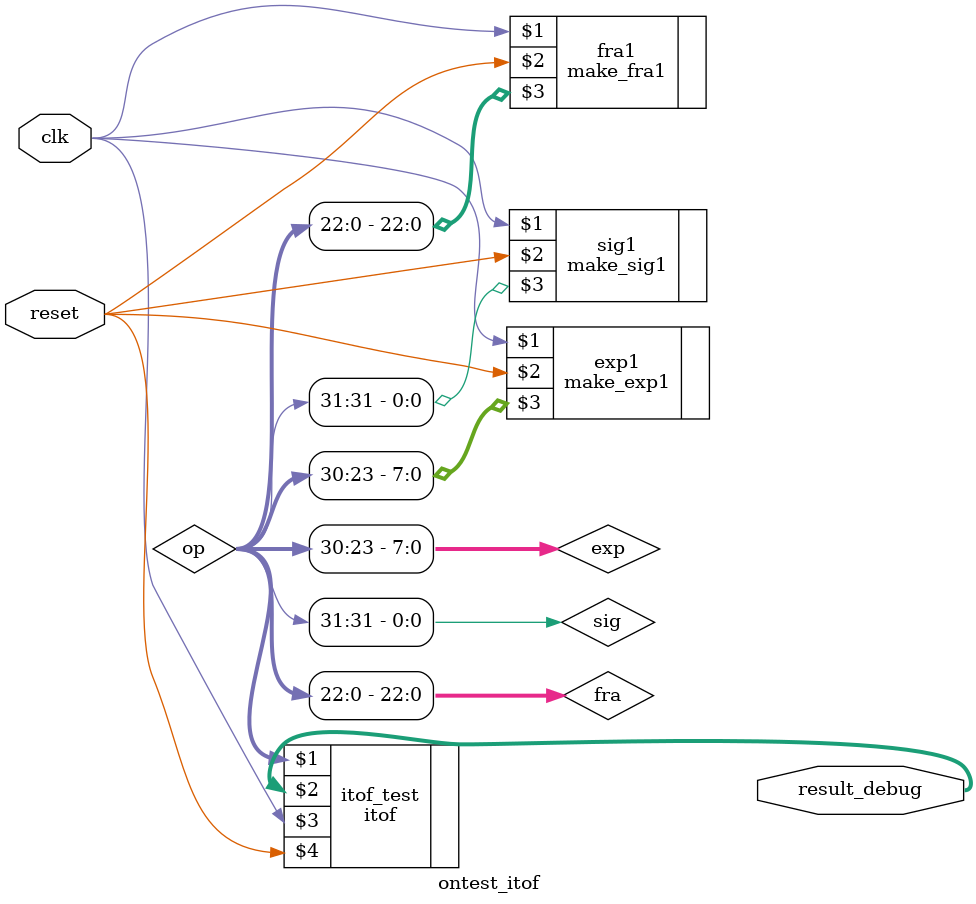
<source format=v>
`timescale 1us / 100ns
`default_nettype wire
module ontest_itof (
    input wire clk,
    input wire reset,
    (* mark_debug = "true" *) output wire [31:0] result_debug
);

wire sig;
wire [7:0] exp;
wire [22:0] fra;

make_sig1 sig1(clk, reset, sig);
make_exp1 exp1(clk, reset, exp);
make_fra1 fra1(clk, reset, fra);

(* mark_debug = "true" *) wire [31:0] op;
assign op = {sig, exp, fra};

itof itof_test(op, result_debug, clk, reset);
    
endmodule

`default_nettype wire

</source>
